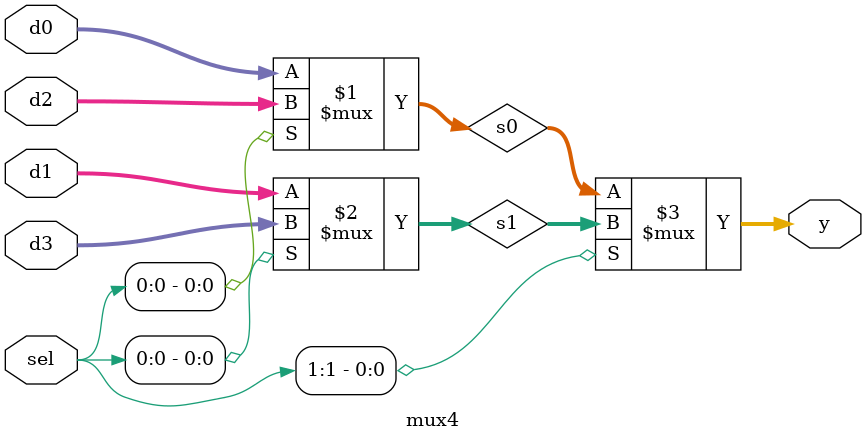
<source format=v>
module mux4 #(parameter WIDTH = 8)
             (input  [WIDTH-1:0] d0, d1, d2, d3, 
              input  [1:0] sel, 
              output [WIDTH-1:0] y);

  wire [WIDTH-1:0] s0, s1;
  assign s0 = sel[0] ? d2 : d0;
  assign s1 = sel[0] ? d3 : d1;
  assign y = sel[1] ? s1 : s0;

endmodule
</source>
